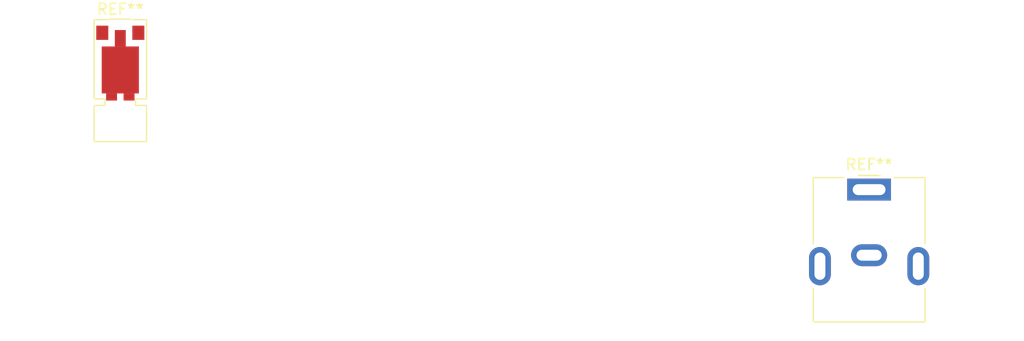
<source format=kicad_pcb>
(kicad_pcb (version 20241229) (generator "pcbnew") (generator_version "9.0")
  (layers (0 "F.Cu" signal) (2 "B.Cu" signal) (13 "F.Paste" user) (15 "B.Paste" user) (5 "F.SilkS" user "F.Silkscreen") (7 "B.SilkS" user "B.Silkscreen") (1 "F.Mask" user) (3 "B.Mask" user) (25 "Edge.Cuts" user))
  (net 0 "")
  (footprint "Motors:Vybronics_VZ30C1T8219732L" (layer "F.Cu") (at 92.5 70)
    (property "Reference" "REF**" (at 0 -6.5 0) (layer "F.SilkS"))
    (property "Value" "Vybronics_VZ30C1T8219732L")
    (fp_line (start -2.4 -5.55) (end -1.05 -5.55) (stroke (width 0.12)) (layer "F.SilkS"))
    (fp_line (start -2.4 -5.2) (end -2.4 -5.55) (stroke (width 0.12)) (layer "F.SilkS"))
    (fp_line (start -2.4 1.7) (end -2.4 -5.2) (stroke (width 0.12)) (layer "F.SilkS"))
    (fp_line (start -2.4 2.3) (end -1.4 2.3) (stroke (width 0.12)) (layer "F.SilkS"))
    (fp_line (start -2.4 5.6) (end -2.4 2.3) (stroke (width 0.12)) (layer "F.SilkS"))
    (fp_line (start -1.4 1.7) (end -2.4 1.7) (stroke (width 0.12)) (layer "F.SilkS"))
    (fp_line (start -1.4 2.3) (end -1.4 1.7) (stroke (width 0.12)) (layer "F.SilkS"))
    (fp_line (start -1.05 -5.6) (end 1.05 -5.6) (stroke (width 0.12)) (layer "F.SilkS"))
    (fp_line (start -1.05 -5.55) (end -1.05 -5.6) (stroke (width 0.12)) (layer "F.SilkS"))
    (fp_line (start 1.05 -5.6) (end 1.05 -5.55) (stroke (width 0.12)) (layer "F.SilkS"))
    (fp_line (start 1.05 -5.55) (end 2.4 -5.55) (stroke (width 0.12)) (layer "F.SilkS"))
    (fp_line (start 1.4 1.7) (end 1.4 2.3) (stroke (width 0.12)) (layer "F.SilkS"))
    (fp_line (start 1.4 2.3) (end 2.4 2.3) (stroke (width 0.12)) (layer "F.SilkS"))
    (fp_line (start 2.4 -5.55) (end 2.4 -5.2) (stroke (width 0.12)) (layer "F.SilkS"))
    (fp_line (start 2.4 -5.2) (end 2.4 1.7) (stroke (width 0.12)) (layer "F.SilkS"))
    (fp_line (start 2.4 1.7) (end 1.4 1.7) (stroke (width 0.12)) (layer "F.SilkS"))
    (fp_line (start 2.4 2.3) (end 2.4 5.6) (stroke (width 0.12)) (layer "F.SilkS"))
    (fp_line (start 2.4 5.6) (end -2.4 5.6) (stroke (width 0.12)) (layer "F.SilkS"))
    (pad "1" smd rect (at -1.65 -4.35 270) (size 1.3 1.1) (layers "F.Cu" "F.Mask" "F.Paste"))
    (pad "2" smd rect (at 1.65 -4.35 270) (size 1.3 1.1) (layers "F.Cu" "F.Mask" "F.Paste"))
    (pad "SH" smd rect (at -0.8 1.525) (size 1 0.65) (layers "F.Cu" "F.Mask" "F.Paste"))
    (pad "SH" smd rect (at 0 -3.85 270) (size 1.5 1) (layers "F.Cu" "F.Mask" "F.Paste"))
    (pad "SH" smd rect (at 0 -0.95 270) (size 4.3 3.4) (layers "F.Cu" "F.Mask"))
    (pad "SH" smd rect (at 0.8 1.525) (size 1 0.65) (layers "F.Cu" "F.Mask" "F.Paste"))
  )
  (footprint "Connector_BarrelJack:BarrelJack_CUI_PJ-063AH_Horizontal" (layer "F.Cu") (at 161 80)
    (property "Reference" "REF**" (at 0 -2.3 0) (layer "F.SilkS"))
    (property "Value" "BarrelJack_CUI_PJ-063AH_Horizontal")
    (fp_line (start -5.11 -1.11) (end -2.3 -1.11) (stroke (width 0.12)) (layer "F.SilkS"))
    (fp_line (start -5.11 4.95) (end -5.11 -1.11) (stroke (width 0.12)) (layer "F.SilkS"))
    (fp_line (start -5.11 12.11) (end -5.11 9.05) (stroke (width 0.12)) (layer "F.SilkS"))
    (fp_line (start -1 -1.3) (end 1 -1.3) (stroke (width 0.12)) (layer "F.SilkS"))
    (fp_line (start 2.3 -1.11) (end 5.11 -1.11) (stroke (width 0.12)) (layer "F.SilkS"))
    (fp_line (start 5.11 -1.11) (end 5.11 4.95) (stroke (width 0.12)) (layer "F.SilkS"))
    (fp_line (start 5.11 9.05) (end 5.11 12.11) (stroke (width 0.12)) (layer "F.SilkS"))
    (fp_line (start 5.11 12.11) (end -5.11 12.11) (stroke (width 0.12)) (layer "F.SilkS"))
    (pad "" np_thru_hole circle (at 0 9) (size 1.6 1.6) (drill 1.6) (layers "*.Cu" "*.Mask"))
    (pad "1" thru_hole rect (at 0 0) (size 4 2) (drill oval 3 1) (layers "*.Cu" "*.Mask"))
    (pad "2" thru_hole oval (at 0 6) (size 3.3 2) (drill oval 2.3 1) (layers "*.Cu" "*.Mask"))
    (pad "MP" thru_hole oval (at -4.5 7) (size 2 3.5) (drill oval 1 2.5) (layers "*.Cu" "*.Mask"))
    (pad "MP" thru_hole oval (at 4.5 7) (size 2 3.5) (drill oval 1 2.5) (layers "*.Cu" "*.Mask"))
  )
)
</source>
